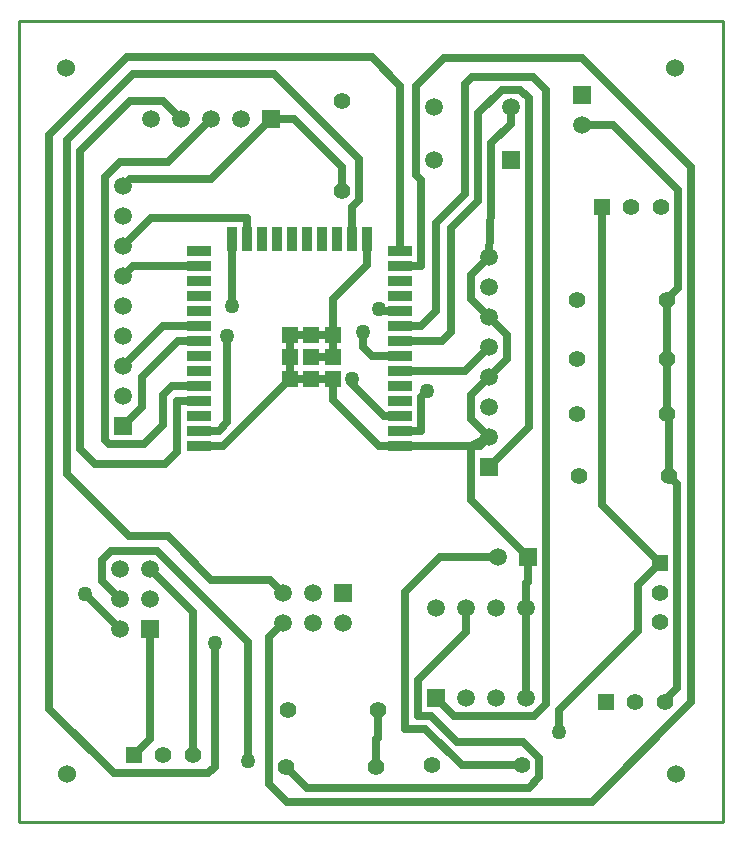
<source format=gtl>
G04*
G04 #@! TF.GenerationSoftware,Altium Limited,Altium Designer,22.10.1 (41)*
G04*
G04 Layer_Physical_Order=1*
G04 Layer_Color=255*
%FSLAX25Y25*%
%MOIN*%
G70*
G04*
G04 #@! TF.SameCoordinates,1A4408B6-C678-4EC5-8732-532A1CECFF35*
G04*
G04*
G04 #@! TF.FilePolarity,Positive*
G04*
G01*
G75*
%ADD14C,0.01000*%
%ADD15R,0.05236X0.05236*%
%ADD16R,0.03543X0.07874*%
%ADD17R,0.07874X0.03543*%
%ADD23R,0.05512X0.05512*%
%ADD24C,0.05512*%
%ADD25R,0.05512X0.05512*%
%ADD27C,0.02756*%
%ADD28C,0.06000*%
%ADD29R,0.05906X0.05906*%
%ADD30C,0.05906*%
%ADD31R,0.05906X0.05906*%
%ADD32C,0.05000*%
D14*
X248500Y442000D02*
X483000D01*
Y175000D02*
Y442000D01*
X248500Y175000D02*
X483000D01*
X248500D02*
Y442000D01*
D15*
X338713Y337315D02*
D03*
X345937D02*
D03*
X353161D02*
D03*
X338713Y330091D02*
D03*
X345937D02*
D03*
X353161D02*
D03*
X338713Y322866D02*
D03*
X345937D02*
D03*
X353161D02*
D03*
D16*
X319500Y369500D02*
D03*
X324500D02*
D03*
X329500D02*
D03*
X334500D02*
D03*
X339500D02*
D03*
X344500D02*
D03*
X349500D02*
D03*
X354500D02*
D03*
X359500D02*
D03*
X364500D02*
D03*
D17*
X308535Y300563D02*
D03*
Y305563D02*
D03*
Y310563D02*
D03*
Y315563D02*
D03*
Y320563D02*
D03*
Y325563D02*
D03*
Y330563D02*
D03*
Y335563D02*
D03*
Y340563D02*
D03*
Y345563D02*
D03*
Y350563D02*
D03*
Y355563D02*
D03*
Y360563D02*
D03*
Y365563D02*
D03*
X375465D02*
D03*
Y360563D02*
D03*
Y355563D02*
D03*
Y350563D02*
D03*
Y345563D02*
D03*
Y340563D02*
D03*
Y335563D02*
D03*
Y330563D02*
D03*
Y325563D02*
D03*
Y320563D02*
D03*
Y315563D02*
D03*
Y310563D02*
D03*
Y305563D02*
D03*
Y300563D02*
D03*
D23*
X462000Y261343D02*
D03*
D24*
X337500Y193500D02*
D03*
X367500D02*
D03*
X416000Y194000D02*
D03*
X386000D02*
D03*
X465000Y290500D02*
D03*
X435000D02*
D03*
X464500Y349000D02*
D03*
X434500D02*
D03*
X464500Y329500D02*
D03*
X434500D02*
D03*
X464500Y311000D02*
D03*
X434500D02*
D03*
X462000Y251500D02*
D03*
Y241657D02*
D03*
X453843Y215000D02*
D03*
X463685D02*
D03*
X452500Y380000D02*
D03*
X462343D02*
D03*
X356000Y415500D02*
D03*
Y385500D02*
D03*
X368000Y212500D02*
D03*
X338000D02*
D03*
X296500Y197500D02*
D03*
X306343D02*
D03*
D25*
X444000Y215000D02*
D03*
X442657Y380000D02*
D03*
X286657Y197500D02*
D03*
D27*
X337700Y181800D02*
X439300D01*
X472500Y215000D02*
Y393500D01*
X439300Y181800D02*
X472500Y215000D01*
X428300Y212300D02*
X454900Y238900D01*
Y254243D01*
X428300Y205200D02*
Y212300D01*
X467800Y219861D02*
Y287700D01*
X463685Y215746D02*
X467800Y219861D01*
X463685Y215000D02*
Y215746D01*
X465000Y290500D02*
X467800Y287700D01*
X390000Y429900D02*
X436100D01*
X472500Y393500D01*
X464000Y349000D02*
X468100Y353100D01*
X436000Y407500D02*
X446500D01*
X468100Y353100D02*
Y385900D01*
X446500Y407500D02*
X468100Y385900D01*
X285100Y270400D02*
X298000D01*
X264300Y291200D02*
Y402300D01*
Y291200D02*
X285100Y270400D01*
X264300Y402300D02*
X286500Y424500D01*
X268631Y398631D02*
X285500Y415500D01*
X268631Y299569D02*
Y398631D01*
Y299569D02*
X273700Y294500D01*
X464500Y329500D02*
Y349000D01*
Y311000D02*
X465000Y310500D01*
Y290500D02*
Y310500D01*
X464500Y311000D02*
Y329500D01*
X375465Y365563D02*
Y420535D01*
X366000Y430000D02*
X375465Y420535D01*
X284500Y430000D02*
X366000D01*
X286500Y424500D02*
X333500D01*
X258500Y212800D02*
Y404000D01*
X284500Y430000D01*
X285500Y415500D02*
X296500D01*
X302500Y409500D01*
X361800Y382400D02*
Y396200D01*
X333500Y424500D02*
X361800Y396200D01*
X258500Y212800D02*
X280000Y191300D01*
X375465Y340563D02*
X382500D01*
X387354Y345417D01*
Y374654D01*
X397000Y384300D01*
Y421084D01*
X399511Y423595D01*
X419669D01*
X424000Y419264D01*
Y214500D02*
Y419264D01*
X420000Y210500D02*
X424000Y214500D01*
X393500Y210500D02*
X420000D01*
X387500Y216500D02*
X393500Y210500D01*
X375465Y335563D02*
X389300D01*
X392300Y338563D01*
Y373100D01*
X401400Y382200D01*
Y411300D01*
X409364Y419264D01*
X415336D01*
X418300Y416300D01*
Y306800D02*
Y416300D01*
X405000Y293500D02*
X418300Y306800D01*
X369037Y345563D02*
X375465D01*
X368600Y346000D02*
X369037Y345563D01*
X359500Y321063D02*
Y322700D01*
Y321063D02*
X370000Y310563D01*
X375465D01*
X292000Y202843D02*
Y239500D01*
X286657Y197500D02*
X292000Y202843D01*
X364500Y360939D02*
Y369500D01*
X353161Y349600D02*
X364500Y360939D01*
X353161Y337315D02*
Y349600D01*
X402063Y300563D02*
X405000Y303500D01*
X399000Y300563D02*
X402063D01*
X399000Y282500D02*
Y300563D01*
Y282500D02*
X418000Y263500D01*
X375465Y300563D02*
X399000D01*
X405000Y303500D01*
X412295Y407695D02*
Y413358D01*
X405900Y401300D02*
X412295Y407695D01*
X405900Y380600D02*
Y401300D01*
X405000Y363500D02*
X405900Y380600D01*
X388800Y263500D02*
X408000D01*
X377264Y251964D02*
X388800Y263500D01*
X377264Y206264D02*
Y251964D01*
Y206264D02*
X383836D01*
X396100Y194000D01*
X416000D01*
X270500Y251000D02*
X282000Y239500D01*
X286563Y360563D02*
X308535D01*
X283000Y357000D02*
X286563Y360563D01*
X313700Y193400D02*
Y234700D01*
X311600Y191300D02*
X313700Y193400D01*
X280000Y191300D02*
X311600D01*
X359500Y369500D02*
Y380100D01*
X361800Y382400D01*
X298000Y270400D02*
X312569Y255831D01*
X332169D01*
X336500Y251500D01*
X306343Y197500D02*
Y245157D01*
X292000Y259500D02*
X306343Y245157D01*
X276000Y255500D02*
X282000Y249500D01*
X276000Y255500D02*
Y262500D01*
X279000Y265500D01*
X294400D01*
X324900Y235000D01*
Y195500D02*
Y235000D01*
X375465Y360563D02*
X382400D01*
Y389000D01*
X380700Y390700D02*
X382400Y389000D01*
X380700Y390700D02*
Y420600D01*
X390000Y429900D01*
X331700Y187800D02*
X337700Y181800D01*
X331700Y187800D02*
Y236700D01*
X336500Y241500D01*
X312300Y389300D02*
X332500Y409500D01*
X285300Y389300D02*
X312300D01*
X283000Y387000D02*
X285300Y389300D01*
X454900Y254243D02*
X462000Y261343D01*
X308535Y300563D02*
X316409D01*
X338713Y322866D01*
X301100Y315563D02*
X308535D01*
X301100Y298400D02*
Y315563D01*
X297200Y294500D02*
X301100Y298400D01*
X273700Y294500D02*
X297200D01*
X397500Y238406D02*
Y246500D01*
X381594Y222500D02*
X397500Y238406D01*
X381594Y210594D02*
Y222500D01*
Y210594D02*
X385630D01*
X394525Y201700D01*
X416500D01*
X421800Y196400D01*
Y190000D02*
Y196400D01*
X418400Y186600D02*
X421800Y190000D01*
X344400Y186600D02*
X418400D01*
X337500Y193500D02*
X344400Y186600D01*
X299563Y320563D02*
X308535D01*
X296500Y317500D02*
X299563Y320563D01*
X296500Y307500D02*
Y317500D01*
X290000Y301000D02*
X296500Y307500D01*
X278400Y301000D02*
X290000D01*
X277000Y302400D02*
X278400Y301000D01*
X277000Y302400D02*
Y390000D01*
X282200Y395200D01*
X298200D01*
X312500Y409500D01*
X375465Y305563D02*
X382400D01*
Y316700D01*
X384600Y318900D01*
X319500Y347000D02*
Y369500D01*
X366037Y330563D02*
X375465D01*
X363100Y333500D02*
X366037Y330563D01*
X363100Y333500D02*
Y338500D01*
X397063Y325563D02*
X405000Y333500D01*
X375465Y325563D02*
X397063D01*
X324500Y369500D02*
Y376500D01*
X292500D02*
X324500D01*
X283000Y367000D02*
X292500Y376500D01*
X356000Y385500D02*
Y393500D01*
X340000Y409500D02*
X356000Y393500D01*
X332500Y409500D02*
X340000D01*
X301356Y335563D02*
X308535D01*
X289391Y323598D02*
X301356Y335563D01*
X289391Y313391D02*
Y323598D01*
X283000Y307000D02*
X289391Y313391D01*
X317800Y308363D02*
Y337000D01*
X315000Y305563D02*
X317800Y308363D01*
X308535Y305563D02*
X315000D01*
X353161Y315902D02*
Y322866D01*
Y315902D02*
X368500Y300563D01*
X375465D01*
X296563Y340563D02*
X308535D01*
X283000Y327000D02*
X296563Y340563D01*
X442657Y280685D02*
X462000Y261343D01*
X442657Y280685D02*
Y380000D01*
X399000Y349500D02*
X405000Y343500D01*
X399000Y349500D02*
Y357500D01*
X405000Y363500D01*
Y343500D02*
X411000Y337500D01*
Y329500D02*
Y337500D01*
X405000Y323500D02*
X411000Y329500D01*
X399000Y309500D02*
X405000Y303500D01*
X399000Y309500D02*
Y317500D01*
X405000Y323500D01*
X353161Y330091D02*
Y337315D01*
X345937Y330091D02*
X353161D01*
X345937Y337315D02*
X353161D01*
X338713D02*
X345937D01*
X338713Y330091D02*
Y337315D01*
Y322866D02*
Y330091D01*
X345937Y322866D02*
X353161D01*
X338713D02*
X345937D01*
X417500Y216500D02*
Y246500D01*
X418000Y255200D02*
Y263500D01*
X417500Y254700D02*
X418000Y255200D01*
X417500Y246500D02*
Y254700D01*
X368000Y203200D02*
Y212500D01*
X367500Y202700D02*
X368000Y203200D01*
X367500Y193500D02*
Y202700D01*
D28*
X467500Y191000D02*
D03*
X264000Y426500D02*
D03*
X264500Y191000D02*
D03*
X467000Y426500D02*
D03*
D29*
X356500Y251500D02*
D03*
X412295Y395642D02*
D03*
X332500Y409500D02*
D03*
X418000Y263500D02*
D03*
D30*
X356500Y241500D02*
D03*
X346500Y251500D02*
D03*
Y241500D02*
D03*
X336500Y251500D02*
D03*
Y241500D02*
D03*
X412295Y413358D02*
D03*
X386705D02*
D03*
Y395642D02*
D03*
X282000Y239500D02*
D03*
X292000Y249500D02*
D03*
X282000D02*
D03*
X292000Y259500D02*
D03*
X282000D02*
D03*
X405000Y303500D02*
D03*
Y313500D02*
D03*
Y323500D02*
D03*
Y333500D02*
D03*
Y343500D02*
D03*
Y353500D02*
D03*
Y363500D02*
D03*
X283000Y327000D02*
D03*
Y337000D02*
D03*
Y347000D02*
D03*
Y357000D02*
D03*
Y367000D02*
D03*
Y377000D02*
D03*
Y387000D02*
D03*
Y317000D02*
D03*
X436000Y407500D02*
D03*
X292500Y409500D02*
D03*
X302500D02*
D03*
X312500D02*
D03*
X322500D02*
D03*
X408000Y263500D02*
D03*
X397500Y216500D02*
D03*
X407500D02*
D03*
X417500D02*
D03*
X387500Y246500D02*
D03*
X397500D02*
D03*
X407500D02*
D03*
X417500D02*
D03*
D31*
X292000Y239500D02*
D03*
X405000Y293500D02*
D03*
X283000Y307000D02*
D03*
X436000Y417500D02*
D03*
X387500Y216500D02*
D03*
D32*
X368600Y346000D02*
D03*
X359500Y322700D02*
D03*
X270500Y251000D02*
D03*
X313700Y234700D02*
D03*
X324900Y195500D02*
D03*
X428300Y205200D02*
D03*
X384600Y318900D02*
D03*
X319500Y347000D02*
D03*
X363100Y338500D02*
D03*
X317800Y337000D02*
D03*
M02*

</source>
